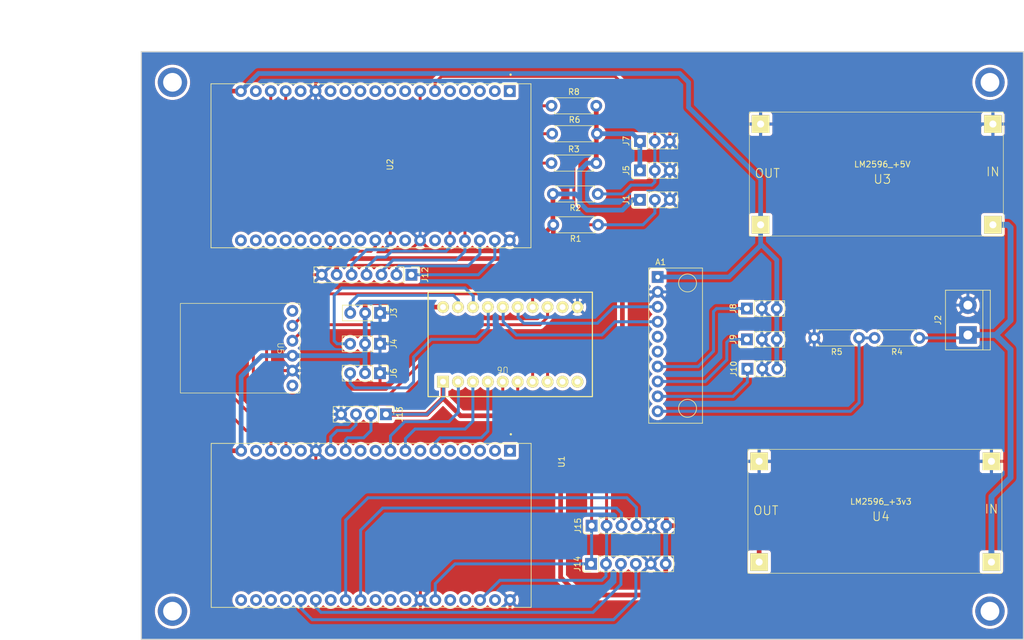
<source format=kicad_pcb>
(kicad_pcb (version 20221018) (generator pcbnew)
  (layers (0 "F.Cu" signal) (31 "B.Cu" signal) (34 "B.Paste" user) (35 "F.Paste" user) (36 "B.SilkS" user "B.Silkscreen") (37 "F.SilkS" user "F.Silkscreen") (38 "B.Mask" user) (39 "F.Mask" user) (44 "Edge.Cuts" user))
  (net 0 "")
  (net 20 "+3V3")
  (net 25 "1{slash}3_V_Bat")
  (net 26 "RX_OpenLog_L")
  (net 27 "TX_OpenLog_L")
  (net 29 "TX_OpenLog_H")
  (net 30 "RX_OpenLog_H")
  (net 33 "Net-(J3-Pin_3)")
  (net 34 "+5V")
  (net 35 "GND")
  (net 45 "Net-(J4-Pin_3)")
  (net 46 "Net-(J6-Pin_3)")
  (net 50 "V_Bat")
  (net 54 "Net-(U1-33)")
  (net 60 "Net-(U1-35)")
  (net 63 "Net-(A1-A2)")
  (net 64 "Net-(A1-A1)")
  (net 65 "Net-(A1-A0)")
  (net 66 "SDA_01_H")
  (net 67 "SLC_01_H")
  (net 68 "Net-(U1-25)")
  (net 71 "SLC_01_L")
  (net 72 "SDA_01_L")
  (net 74 "Net-(J1-Pin_2)")
  (net 75 "Net-(J5-Pin_2)")
  (net 76 "M0")
  (net 77 "M1")
  (net 78 "TX_LORA")
  (net 79 "RX_LORA")
  (net 80 "AUX_LORA")
  (net 81 "RX_GPS")
  (net 82 "TX_GPS")
  (net 83 "TX_ESP32")
  (net 84 "RX_ESP32")
  (net 85 "SHDN_02")
  (net 86 "SHDN_01")
  (net 87 "SHDN_04")
  (net 88 "SHDN_03")
  (footprint "custom:OpenLog" (layer "F.Cu") (at 82.19 103.25 -90)
    (fp_text reference "U5")
    (fp_text value "OpenLog")
  )
  (footprint "Connector_PinHeader_2.54mm:PinHeader_1x03_P2.54mm_Vertical" (layer "F.Cu") (at 168.36 101.75 90)
    (fp_text reference "J9")
    (fp_text value "V_BrakeSensor_02")
  )
  (footprint "DC_DC_LM2596_small:DC_DC_LM2596_small" (layer "F.Cu") (at 209.94 122.5 180)
    (fp_text reference "U4")
    (fp_text value "LM2596_+3v3")
  )
  (footprint "DC_DC_LM2596_small:DC_DC_LM2596_small" (layer "F.Cu") (at 210.19 65.105 180)
    (fp_text reference "U3")
    (fp_text value "LM2596_+5V")
  )
  (footprint "ESP32-DEVKITC-32UE:ESPRESSIF_ESP32-DEVKITC-32UE" (layer "F.Cu") (at 105.22 133.4 -90)
    (fp_text reference "U1")
    (fp_text value "ESP32-Eslave")
  )
  (footprint "ESP32-DEVKITC-32UE:ESPRESSIF_ESP32-DEVKITC-32UE" (layer "F.Cu") (at 105.18 72.2 -90)
    (fp_text reference "U2")
    (fp_text value "ESP32-Master")
  )
  (footprint "Connector_PinHeader_2.54mm:PinHeader_1x03_P2.54mm_Vertical" (layer "F.Cu") (at 105.98 107.5 -90)
    (fp_text reference "J6")
    (fp_text value "LM3144_01")
  )
  (footprint "Resistor_THT:R_Axial_DIN0207_L6.3mm_D2.5mm_P7.62mm_Horizontal" (layer "F.Cu") (at 135.13 71.75)
    (fp_text reference "R3")
    (fp_text value "4k7")
  )
  (footprint "Connector_PinHeader_2.54mm:PinHeader_1x03_P2.54mm_Vertical" (layer "F.Cu") (at 150.165 73 90)
    (fp_text reference "J5")
    (fp_text value "DS18B20_01")
  )
  (footprint "Connector_PinHeader_2.54mm:PinHeader_1x03_P2.54mm_Vertical" (layer "F.Cu") (at 168.36 96.5 90)
    (fp_text reference "J8")
    (fp_text value "V_BrakeSensor_01")
  )
  (footprint "Connector_PinHeader_2.54mm:PinHeader_1x07_P2.54mm_Vertical" (layer "F.Cu") (at 111.31 90.75 -90)
    (fp_text reference "J12")
    (fp_text value "LORA")
  )
  (footprint "Resistor_THT:R_Axial_DIN0207_L6.3mm_D2.5mm_P7.62mm_Horizontal" (layer "F.Cu") (at 135.25 66.75)
    (fp_text reference "R6")
    (fp_text value "4k7")
  )
  (footprint "Resistor_THT:R_Axial_DIN0207_L6.3mm_D2.5mm_P7.62mm_Horizontal" (layer "F.Cu") (at 197.69 101.5 180)
    (fp_text reference "R4")
    (fp_text value "10k")
  )
  (footprint "Connector_PinHeader_2.54mm:PinHeader_1x03_P2.54mm_Vertical" (layer "F.Cu") (at 168.44 106.75 90)
    (fp_text reference "J10")
    (fp_text value "V_in_01")
  )
  (footprint "Charleslabs_Parts:ADC1115_ADC_Module" (layer "F.Cu") (at 153.19 91.13)
    (fp_text reference "A1")
    (fp_text value "ADS1115_ADC_Module")
  )
  (footprint "TerminalBlock:TerminalBlock_bornier-2_P5.08mm" (layer "F.Cu") (at 205.94 101 90)
    (fp_text reference "J2")
    (fp_text value "V_In")
  )
  (footprint "Resistor_THT:R_Axial_DIN0207_L6.3mm_D2.5mm_P7.62mm_Horizontal" (layer "F.Cu") (at 143 77 180)
    (fp_text reference "R2")
    (fp_text value "4k7")
  )
  (footprint "custom:HW-221" (layer "F.Cu") (at 129.39 101.33 180)
    (fp_text reference "U6")
    (fp_text value "HW-221_LogicLevelConverter")
  )
  (footprint "Connector_PinHeader_2.54mm:PinHeader_1x06_P2.54mm_Vertical" (layer "F.Cu") (at 141.86 139.95 90)
    (fp_text reference "J14")
    (fp_text value "VL6180X_01")
  )
  (footprint "Resistor_THT:R_Axial_DIN0207_L6.3mm_D2.5mm_P7.62mm_Horizontal" (layer "F.Cu") (at 135.13 62)
    (fp_text reference "R8")
    (fp_text value "4k7")
  )
  (footprint "Connector_PinHeader_2.54mm:PinHeader_1x03_P2.54mm_Vertical" (layer "F.Cu") (at 150.17 68 90)
    (fp_text reference "J7")
    (fp_text value "DS18B20_02")
  )
  (footprint "Connector_PinHeader_2.54mm:PinHeader_1x03_P2.54mm_Vertical" (layer "F.Cu") (at 105.98 102.5 -90)
    (fp_text reference "J4")
    (fp_text value "LM3144_RPM")
  )
  (footprint "Connector_PinHeader_2.54mm:PinHeader_1x03_P2.54mm_Vertical" (layer "F.Cu") (at 150.17 78 90)
    (fp_text reference "J1")
    (fp_text value "DHT22_CVT")
  )
  (footprint "Connector_PinHeader_2.54mm:PinHeader_1x04_P2.54mm_Vertical" (layer "F.Cu") (at 106.98 114.5 -90)
    (fp_text reference "J13")
    (fp_text value "GPS_NEO")
  )
  (footprint "Connector_PinHeader_2.54mm:PinHeader_1x03_P2.54mm_Vertical" (layer "F.Cu") (at 105.995 97.25 -90)
    (fp_text reference "J3")
    (fp_text value "LM3144_CVT")
  )
  (footprint "Resistor_THT:R_Axial_DIN0207_L6.3mm_D2.5mm_P7.62mm_Horizontal" (layer "F.Cu") (at 187.44 101.5 180)
    (fp_text reference "R5")
    (fp_text value "20k")
  )
  (footprint "Connector_PinHeader_2.54mm:PinHeader_1x06_P2.54mm_Vertical" (layer "F.Cu") (at 141.96 133.45 90)
    (fp_text reference "J15")
    (fp_text value "VL6180X_02")
  )
  (footprint "Resistor_THT:R_Axial_DIN0207_L6.3mm_D2.5mm_P7.62mm_Horizontal" (layer "F.Cu") (at 143.06 82.25 180)
    (fp_text reference "R1")
    (fp_text value "10k")
  )
  (gr_rect (start 215.39 52.8) (end 65.39 152.8) (stroke (width 0.2)) (fill none) (layer "Edge.Cuts"))
  (via (at 70.69 148) (size 5) (drill 3.18) (layers "F.Cu" "B.Cu") (net 0))
  (via (at 209.69 148) (size 5) (drill 3.18) (layers "F.Cu" "B.Cu") (net 0))
  (via (at 209.69 58) (size 5) (drill 3.18) (layers "F.Cu" "B.Cu") (net 0))
  (via (at 70.69 58) (size 5) (drill 3.18) (layers "F.Cu" "B.Cu") (net 0))
  (segment (start 135.38 82.19) (end 135.44 82.25) (width 0.5) (layer "F.Cu") (net 20))
  (segment (start 126.19 114.75) (end 130.69 119.25) (width 0.8) (layer "F.Cu") (net 20))
  (segment (start 145.44 89.25) (end 138.44 89.25) (width 0.8) (layer "F.Cu") (net 20))
  (segment (start 147.19 118) (end 147.19 91) (width 0.8) (layer "F.Cu") (net 20))
  (segment (start 142.75 66.87) (end 142.87 66.75) (width 0.5) (layer "F.Cu") (net 20))
  (segment (start 154.66 125.47) (end 147.19 118) (width 0.8) (layer "F.Cu") (net 20))
  (segment (start 142.75 62) (end 142.75 66.63) (width 0.8) (layer "F.Cu") (net 20))
  (segment (start 135.44 86.25) (end 135.44 82.25) (width 0.8) (layer "F.Cu") (net 20))
  (segment (start 135.38 77) (end 135.38 82.19) (width 0.8) (layer "F.Cu") (net 20))
  (segment (start 116.69 111.75) (end 119.69 114.75) (width 0.8) (layer "F.Cu") (net 20))
  (segment (start 170.443 139.645) (end 170.443 134.503) (width 0.8) (layer "F.Cu") (net 20))
  (segment (start 113.94 114.5) (end 116.69 111.75) (width 0.8) (layer "F.Cu") (net 20))
  (segment (start 170.443 134.503) (end 169.39 133.45) (width 0.8) (layer "F.Cu") (net 20))
  (segment (start 135.44 82.25) (end 129.69 88) (width 0.8) (layer "F.Cu") (net 20))
  (segment (start 154.56 142.88) (end 154.56 139.95) (width 0.8) (layer "F.Cu") (net 20))
  (segment (start 154.66 133.45) (end 154.66 125.47) (width 0.8) (layer "F.Cu") (net 20))
  (segment (start 130.69 119.25) (end 135.44 119.25) (width 0.8) (layer "F.Cu") (net 20))
  (segment (start 129.69 88) (end 99.94 88) (width 0.8) (layer "F.Cu") (net 20))
  (segment (start 152.19 145.25) (end 154.56 142.88) (width 0.8) (layer "F.Cu") (net 20))
  (segment (start 98.61 89.33) (end 98.61 90.75) (width 0.8) (layer "F.Cu") (net 20))
  (segment (start 119.69 114.75) (end 126.19 114.75) (width 0.8) (layer "F.Cu") (net 20))
  (segment (start 116.69 108.95) (end 116.69 111.75) (width 0.8) (layer "F.Cu") (net 20))
  (segment (start 142.75 66.63) (end 142.87 66.75) (width 0.5) (layer "F.Cu") (net 20))
  (segment (start 139.69 145.25) (end 152.19 145.25) (width 0.8) (layer "F.Cu") (net 20))
  (segment (start 150.165 68.005) (end 150.17 68) (width 0.5) (layer "F.Cu") (net 20))
  (segment (start 106.98 114.5) (end 113.94 114.5) (width 0.8) (layer "F.Cu") (net 20))
  (segment (start 169.39 133.45) (end 154.66 133.45) (width 0.8) (layer "F.Cu") (net 20))
  (segment (start 147.19 91) (end 145.44 89.25) (width 0.8) (layer "F.Cu") (net 20))
  (segment (start 136.69 142.25) (end 139.69 145.25) (width 0.8) (layer "F.Cu") (net 20))
  (segment (start 99.94 88) (end 98.61 89.33) (width 0.8) (layer "F.Cu") (net 20))
  (segment (start 136.69 120.5) (end 136.69 142.25) (width 0.8) (layer "F.Cu") (net 20))
  (segment (start 135.44 119.25) (end 136.69 120.5) (width 0.8) (layer "F.Cu") (net 20))
  (segment (start 142.75 71.75) (end 142.75 66.87) (width 0.8) (layer "F.Cu") (net 20))
  (segment (start 138.44 89.25) (end 135.44 86.25) (width 0.8) (layer "F.Cu") (net 20))
  (segment (start 139.19 77) (end 139.94 77.75) (width 0.8) (layer "B.Cu") (net 20))
  (segment (start 141.19 71.75) (end 142.75 71.75) (width 0.8) (layer "B.Cu") (net 20))
  (segment (start 154.56 139.95) (end 154.56 133.55) (width 0.8) (layer "B.Cu") (net 20))
  (segment (start 148.92 66.75) (end 150.17 68) (width 0.8) (layer "B.Cu") (net 20))
  (segment (start 148.94 78) (end 147.19 79.75) (width 0.8) (layer "B.Cu") (net 20))
  (segment (start 154.56 133.55) (end 154.66 133.45) (width 0.5) (layer "B.Cu") (net 20))
  (segment (start 150.165 73) (end 150.165 68.005) (width 0.8) (layer "B.Cu") (net 20))
  (segment (start 106.98 114.5) (end 113.94 114.5) (width 0.5) (layer "B.Cu") (net 20))
  (segment (start 135.38 77) (end 139.19 77) (width 0.8) (layer "B.Cu") (net 20))
  (segment (start 113.94 114.5) (end 116.76 111.68) (width 0.5) (layer "B.Cu") (net 20))
  (segment (start 139.94 73) (end 141.19 71.75) (width 0.8) (layer "B.Cu") (net 20))
  (segment (start 116.76 111.68) (end 116.76 109.1) (width 0.5) (layer "B.Cu") (net 20))
  (segment (start 142.87 66.75) (end 148.92 66.75) (width 0.8) (layer "B.Cu") (net 20))
  (segment (start 150.165 68.005) (end 150.17 68) (width 0.5) (layer "B.Cu") (net 20))
  (segment (start 147.19 79.75) (end 141.19 79.75) (width 0.8) (layer "B.Cu") (net 20))
  (segment (start 150.17 78) (end 148.94 78) (width 0.8) (layer "B.Cu") (net 20))
  (segment (start 139.94 77.75) (end 139.94 73) (width 0.8) (layer "B.Cu") (net 20))
  (segment (start 141.19 79.75) (end 139.94 78.5) (width 0.8) (layer "B.Cu") (net 20))
  (segment (start 139.94 78.5) (end 139.94 77.75) (width 0.8) (layer "B.Cu") (net 20))
  (segment (start 185.95 113.99) (end 187.44 112.5) (width 0.5) (layer "B.Cu") (net 25))
  (segment (start 153.19 113.99) (end 185.95 113.99) (width 0.5) (layer "B.Cu") (net 25))
  (segment (start 187.44 101.5) (end 190.07 101.5) (width 0.5) (layer "B.Cu") (net 25))
  (segment (start 187.44 112.5) (end 187.44 101.5) (width 0.5) (layer "B.Cu") (net 25))
  (segment (start 134.47 106.28) (end 132.69 104.5) (width 0.5) (layer "F.Cu") (net 26))
  (segment (start 104.44 86.75) (end 105.18 86.01) (width 0.5) (layer "F.Cu") (net 26))
  (segment (start 132.69 104.5) (end 114.19 104.5) (width 0.5) (layer "F.Cu") (net 26))
  (segment (start 88.19 111.25) (end 86.69 109.75) (width 0.5) (layer "F.Cu") (net 26))
  (segment (start 105.18 86.01) (end 105.18 84.9) (width 0.5) (layer "F.Cu") (net 26))
  (segment (start 134.47 108.95) (end 134.47 106.28) (width 0.5) (layer "F.Cu") (net 26))
  (segment (start 99.19 86.75) (end 104.44 86.75) (width 0.5) (layer "F.Cu") (net 26))
  (segment (start 114.19 104.5) (end 107.44 111.25) (width 0.5) (layer "F.Cu") (net 26))
  (segment (start 107.44 111.25) (end 88.19 111.25) (width 0.5) (layer "F.Cu") (net 26))
  (segment (start 86.69 93.5) (end 92.19 88) (width 0.5) (layer "F.Cu") (net 26))
  (segment (start 92.19 88) (end 97.94 88) (width 0.5) (layer "F.Cu") (net 26))
  (segment (start 86.69 109.75) (end 86.69 93.5) (width 0.5) (layer "F.Cu") (net 26))
  (segment (start 97.94 88) (end 99.19 86.75) (width 0.5) (layer "F.Cu") (net 26))
  (segment (start 108.69 112.75) (end 115.19 106.25) (width 0.5) (layer "F.Cu") (net 27))
  (segment (start 97.56 86.13) (end 96.94 86.75) (width 0.5) (layer "F.Cu") (net 27))
  (segment (start 86.94 112.75) (end 108.69 112.75) (width 0.5) (layer "F.Cu") (net 27))
  (segment (start 115.19 106.25) (end 131.44 106.25) (width 0.5) (layer "F.Cu") (net 27))
  (segment (start 96.94 86.75) (end 87.94 86.75) (width 0.5) (layer "F.Cu") (net 27))
  (segment (start 131.44 106.25) (end 131.93 106.74) (width 0.5) (layer "F.Cu") (net 27))
  (segment (start 84.44 110.25) (end 86.94 112.75) (width 0.5) (layer "F.Cu") (net 27))
  (segment (start 131.93 106.74) (end 131.93 108.95) (width 0.5) (layer "F.Cu") (net 27))
  (segment (start 84.44 90.25) (end 84.44 110.25) (width 0.5) (layer "F.Cu") (net 27))
  (segment (start 97.56 84.9) (end 97.56 86.13) (width 0.5) (layer "F.Cu") (net 27))
  (segment (start 87.94 86.75) (end 84.44 90.25) (width 0.5) (layer "F.Cu") (net 27))
  (segment (start 93.81 99.25) (end 133.19 99.25) (width 0.5) (layer "F.Cu") (net 29))
  (segment (start 134.47 97.97) (end 134.47 96.25) (width 0.5) (layer "F.Cu") (net 29))
  (segment (start 91.08 101.98) (end 93.81 99.25) (width 0.5) (layer "F.Cu") (net 29))
  (segment (start 133.19 99.25) (end 134.47 97.97) (width 0.5) (layer "F.Cu") (net 29))
  (segment (start 131.19 94) (end 131.93 94.74) (width 0.5) (layer "F.Cu") (net 30))
  (segment (start 131.93 94.74) (end 131.93 96.25) (width 0.5) (layer "F.Cu") (net 30))
  (segment (start 91.08 99.44) (end 96.52 94) (width 0.5) (layer "F.Cu") (net 30))
  (segment (start 96.52 94) (end 131.19 94) (width 0.5) (layer "F.Cu") (net 30))
  (segment (start 119.3 95.11) (end 118.44 94.25) (width 0.5) (layer "B.Cu") (net 33))
  (segment (start 119.3 96.4) (end 119.3 95.11) (width 0.5) (layer "B.Cu") (net 33))
  (segment (start 102.19 94.25) (end 100.915 95.525) (width 0.5) (layer "B.Cu") (net 33))
  (segment (start 118.44 94.25) (end 102.19 94.25) (width 0.5) (layer "B.Cu") (net 33))
  (segment (start 100.915 95.525) (end 100.915 97.25) (width 0.5) (layer "B.Cu") (net 33))
  (segment (start 116.69 96.25) (end 114.69 96.25) (width 0.8) (layer "F.Cu") (net 34))
  (segment (start 103.44 95.75) (end 103.455 95.765) (width 0.8) (layer "F.Cu") (net 34))
  (segment (start 103.455 95.765) (end 103.455 97.25) (width 0.8) (layer "F.Cu") (net 34))
  (segment (start 114.69 96.25) (end 113.94 95.5) (width 0.8) (layer "F.Cu") (net 34))
  (segment (start 79.44 59.5) (end 82.32 59.5) (width 0.8) (layer "F.Cu") (net 34))
  (segment (start 74.69 64.25) (end 79.44 59.5) (width 0.8) (layer "F.Cu") (net 34))
  (segment (start 74.69 114.75) (end 74.69 64.25) (width 0.8) (layer "F.Cu") (net 34))
  (segment (start 80.64 120.7) (end 74.69 114.75) (width 0.8) (layer "F.Cu") (net 34))
  (segment (start 103.69 95.5) (end 103.44 95.75) (width 0.8) (layer "F.Cu") (net 34))
  (segment (start 82.36 120.7) (end 80.64 120.7) (width 0.8) (layer "F.Cu") (net 34))
  (segment (start 113.94 95.5) (end 103.69 95.5) (width 0.8) (layer "F.Cu") (net 34))
  (segment (start 170.693 85.747) (end 170.693 85.5) (width 0.5) (layer "B.Cu") (net 34))
  (segment (start 103.455 102.485) (end 103.44 102.5) (width 0.5) (layer "B.Cu") (net 34))
  (segment (start 158.44 62.25) (end 158.44 58) (width 0.8) (layer "B.Cu") (net 34))
  (segment (start 85.32 56.5) (end 82.32 59.5) (width 0.8) (layer "B.Cu") (net 34))
  (segment (start 173.44 106.75) (end 173.44 101.75) (width 0.8) (layer "B.Cu") (net 34))
  (segment (start 170.693 85.5) (end 170.693 82.25) (width 0.8) (layer "B.Cu") (net 34))
  (segment (start 165.31 91.13) (end 170.693 85.747) (width 0.8) (layer "B.Cu") (net 34))
  (segment (start 173.44 88.247) (end 170.693 85.5) (width 0.8) (layer "B.Cu") (net 34))
  (segment (start 91.08 104.52) (end 85.92 104.52) (width 0.8) (layer "B.Cu") (net 34))
  (segment (start 103.44 107.5) (end 103.44 104) (width 0.8) (layer "B.Cu") (net 34))
  (segment (start 170.693 82.25) (end 170.693 74.503) (width 0.8) (layer "B.Cu") (net 34))
  (segment (start 156.94 56.5) (end 85.32 56.5) (width 0.8) (layer "B.Cu") (net 34))
  (segment (start 173.44 96.75) (end 173.44 101.75) (width 0.8) (layer "B.Cu") (net 34))
  (segment (start 91.08 104.52) (end 102.92 104.52) (width 0.8) (layer "B.Cu") (net 34))
  (segment (start 158.44 58) (end 156.94 56.5) (width 0.8) (layer "B.Cu") (net 34))
  (segment (start 85.92 104.52) (end 82.36 108.08) (width 0.8) (layer "B.Cu") (net 34))
  (segment (start 102.92 104.52) (end 103.44 104) (width 0.8) (layer "B.Cu") (net 34))
  (segment (start 153.19 91.13) (end 165.31 91.13) (width 0.8) (layer "B.Cu") (net 34))
  (segment (start 103.44 104) (end 103.44 102.5) (width 0.8) (layer "B.Cu") (net 34))
  (segment (start 173.44 96.5) (end 173.44 88.247) (width 0.8) (layer "B.Cu") (net 34))
  (segment (start 103.455 97.25) (end 103.455 102.485) (width 0.8) (layer "B.Cu") (net 34))
  (segment (start 82.36 108.08) (end 82.36 120.7) (width 0.8) (layer "B.Cu") (net 34))
  (segment (start 170.693 74.503) (end 158.44 62.25) (width 0.8) (layer "B.Cu") (net 34))
  (segment (start 126.44 149.5) (end 114.19 149.5) (width 0.5) (layer "F.Cu") (net 35))
  (segment (start 152.02 139.95) (end 152.02 138.17) (width 0.5) (layer "F.Cu") (net 35))
  (segment (start 128.08 146.1) (end 128.08 147.86) (width 0.5) (layer "F.Cu") (net 35))
  (segment (start 112.84 146.1) (end 112.84 132.4) (width 0.5) (layer "F.Cu") (net 35))
  (segment (start 153.44 136.75) (end 157.94 136.75) (width 0.5) (layer "F.Cu") (net 35))
  (segment (start 155.25 68) (end 155.25 62.31) (width 0.5) (layer "F.Cu") (net 35))
  (segment (start 157.94 136.75) (end 158.94 137.75) (width 0.5) (layer "F.Cu") (net 35))
  (segment (start 93.63 107.06) (end 91.08 107.06) (width 0.5) (layer "F.Cu") (net 35))
  (segment (start 154.69 148) (end 129.98 148) (width 0.5) (layer "F.Cu") (net 35))
  (segment (start 114.19 149.5) (end 112.84 148.15) (width 0.5) (layer "F.Cu") (net 35))
  (segment (start 148.44 55.5) (end 97.69 55.5) (width 0.5) (layer "F.Cu") (net 35))
  (segment (start 112.84 132.4) (end 111.19 130.75) (width 0.5) (layer "F.Cu") (net 35))
  (segment (start 129.98 148) (end 128.08 146.1) (width 0.5) (layer "F.Cu") (net 35))
  (segment (start 95.02 58.17) (end 95.02 59.5) (width 0.5) (layer "F.Cu") (net 35))
  (segment (start 88.69 106.25) (end 88.69 95) (width 0.5) (layer "F.Cu") (net 35))
  (segment (start 170.693 65.105) (end 158.145 65.105) (width 0.5) (layer "F.Cu") (net 35))
  (segment (start 95.06 126.12) (end 95.06 120.7) (width 0.5) (layer "F.Cu") (net 35))
  (segment (start 105.98 107.5) (end 105.98 105.54) (width 0.5) (layer "F.Cu") (net 35))
  (segment (start 95.44 105.25) (end 93.63 107.06) (width 0.5) (layer "F.Cu") (net 35))
  (segment (start 99.69 130.75) (end 95.06 126.12) (width 0.5) (layer "F.Cu") (net 35))
  (segment (start 112.84 148.15) (end 112.84 146.1) (width 0.5) (layer "F.Cu") (net 35))
  (segment (start 158.145 65.105) (end 155.25 68) (width 0.5) (layer "F.Cu") (net 35))
  (segment (start 158.94 143.75) (end 154.69 148) (width 0.5) (layer "F.Cu") (net 35))
  (segment (start 105.69 105.25) (end 95.44 105.25) (width 0.5) (layer "F.Cu") (net 35))
  (segment (start 158.94 137.75) (end 158.94 143.75) (width 0.5) (layer "F.Cu") (net 35))
  (segment (start 89.5 107.06) (end 88.69 106.25) (width 0.5) (layer "F.Cu") (net 35))
  (segment (start 88.69 95) (end 92.94 90.75) (width 0.5) (layer "F.Cu") (net 35))
  (segment (start 91.08 107.06) (end 89.5 107.06) (width 0.5) (layer "F.Cu") (net 35))
  (segment (start 105.98 105.54) (end 105.69 105.25) (width 0.5) (layer "F.Cu") (net 35))
  (segment (start 111.19 130.75) (end 99.69 130.75) (width 0.5) (layer "F.Cu") (net 35))
  (segment (start 97.69 55.5) (end 95.02 58.17) (width 0.5) (layer "F.Cu") (net 35))
  (segment (start 152.02 138.17) (end 153.44 136.75) (width 0.5) (layer "F.Cu") (net 35))
  (segment (start 92.94 90.75) (end 96.07 90.75) (width 0.5) (layer "F.Cu") (net 35))
  (segment (start 155.25 62.31) (end 148.44 55.5) (width 0.5) (layer "F.Cu") (net 35))
  (segment (start 128.08 147.86) (end 126.44 149.5) (width 0.5) (layer "F.Cu") (net 35))
  (segment (start 139.62 96.4) (end 142.35 93.67) (width 0.5) (layer "B.Cu") (net 35))
  (segment (start 142.13 93.67) (end 153.19 93.67) (width 0.5) (layer "B.Cu") (net 35))
  (segment (start 155.25 73.005) (end 155.245 73) (width 0.5) (layer "B.Cu") (net 35))
  (segment (start 205.94 67.5) (end 205.94 95.92) (width 0.5) (layer "B.Cu") (net 35))
  (segment (start 195.19 99.75) (end 197.19 97.75) (width 0.5) (layer "B.Cu") (net 35))
  (segment (start 97 107.06) (end 91.08 107.06) (width 0.5) (layer "B.Cu") (net 35))
  (segment (start 210.19 65.105) (end 208.335 65.105) (width 0.5) (layer "B.Cu") (net 35))
  (segment (start 103.44 63.5) (end 97.69 63.5) (width 0.5) (layer "B.Cu") (net 35))
  (segment (start 199.44 122.5) (end 198.94 122.5) (width 0.5) (layer "B.Cu") (net 35))
  (segment (start 133.69 88) (end 139.55 93.86) (width 0.5) (layer "B.Cu") (net 35))
  (segment (start 179.82 98.12) (end 182.02 95.92) (width 0.5) (layer "B.Cu") (net 35))
  (segment (start 209.94 122.5) (end 199.44 122.5) (width 0.5) (layer "B.Cu") (net 35))
  (segment (start 170.9 106.75) (end 170.9 101.75) (width 0.5) (layer "B.Cu") (net 35))
  (segment (start 155.25 72.995) (end 155.245 73) (width 0.5) (layer "B.Cu") (net 35))
  (segment (start 95.06 115.38) (end 95.94 114.5) (width 0.5) (layer "B.Cu") (net 35))
  (segment (start 169.61 93.67) (end 170.94 95) (width 0.5) (layer "B.Cu") (net 35))
  (segment (start 195.19 118.75) (end 195.19 99.75) (width 0.5) (layer "B.Cu") (net 35))
  (segment (start 99.36 114.5) (end 99.36 109.42) (width 0.5) (layer "B.Cu") (net 35))
  (segment (start 170.443 122.5) (end 199.44 122.5) (width 0.5) (layer "B.Cu") (net 35))
  (segment (start 179.82 101.5) (end 179.82 107.62) (width 0.5) (layer "B.Cu") (net 35))
  (segment (start 170.9 96.75) (end 170.9 101.75) (width 0.5) (layer "B.Cu") (net 35))
  (segment (start 155.25 78) (end 155.25 73.005) (width 0.5) (layer "B.Cu") (net 35))
  (segment (start 153.19 93.67) (end 169.61 93.67) (width 0.5) (layer "B.Cu") (net 35))
  (segment (start 152.12 133.45) (end 152.12 126.07) (width 0.5) (layer "B.Cu") (net 35))
  (segment (start 177.44 110) (end 171.69 110) (width 0.5) (layer "B.Cu") (net 35))
  (segment (start 170.9 95.04) (end 170.9 96.5) (width 0.5) (layer "B.Cu") (net 35))
  (segment (start 112.8 72.86) (end 103.44 63.5) (width 0.5) (layer "B.Cu") (net 35))
  (segment (start 139.55 93.86) (end 139.55 96.25) (width 0.5) (layer "B.Cu") (net 35))
  (segment (start 208.335 65.105) (end 205.94 67.5) (width 0.5) (layer "B.Cu") (net 35))
  (segment (start 131.14 88) (end 133.69 88) (width 0.5) (layer "B.Cu") (net 35))
  (segment (start 179.82 107.62) (end 177.44 110) (width 0.5) (layer "B.Cu") (net 35))
  (segment (start 171.69 110) (end 170.94 109.25) (width 0.5) (layer "B.Cu") (net 35))
  (segment (start 95.06 120.7) (end 95.06 115.38) (width 0.5) (layer "B.Cu") (net 35))
  (segment (start 128.04 84.9) (end 131.14 88) (width 0.5) (layer "B.Cu") (net 35))
  (segment (start 105.995 97.25) (end 105.995 102.485) (width 0.5) (layer "B.Cu") (net 35))
  (segment (start 95.94 114.5) (end 99.36 114.5) (width 0.5) (layer "B.Cu") (net 35))
  (segment (start 97.69 63.5) (end 95.02 60.83) (width 0.5) (layer "B.Cu") (net 35))
  (segment (start 179.82 101.5) (end 179.82 98.12) (width 0.5) (layer "B.Cu") (net 35))
  (segment (start 197.19 97.75) (end 204.11 97.75) (width 0.5) (layer "B.Cu") (net 35))
  (segment (start 139.55 96.25) (end 142.13 93.67) (width 0.5) (layer "B.Cu") (net 35))
  (segment (start 170.94 109.25) (end 170.98 109.21) (width 0.5) (layer "B.Cu") (net 35))
  (segment (start 182.02 95.92) (end 205.94 95.92) (width 0.5) (layer "B.Cu") (net 35))
  (segment (start 152.02 133.55) (end 152.12 133.45) (width 0.5) (layer "B.Cu") (net 35))
  (segment (start 112.8 84.9) (end 112.8 72.86) (width 0.5) (layer "B.Cu") (net 35))
  (segment (start 142.35 93.67) (end 153.19 93.67) (width 0.5) (layer "B.Cu") (net 35))
  (segment (start 105.995 102.485) (end 105.98 102.5) (width 0.5) (layer "B.Cu") (net 35))
  (segment (start 95.02 60.83) (end 95.02 59.5) (width 0.5) (layer "B.Cu") (net 35))
  (segment (start 170.94 95) (end 170.9 95.04) (width 0.5) (layer "B.Cu") (net 35))
  (segment (start 204.11 97.75) (end 205.94 95.92) (width 0.5) (layer "B.Cu") (net 35))
  (segment (start 155.69 122.5) (end 170.443 122.5) (width 0.5) (layer "B.Cu") (net 35))
  (segment (start 155.25 68) (end 155.25 72.995) (width 0.5) (layer "B.Cu") (net 35))
  (segment (start 152.02 139.95) (end 152.02 133.55) (width 0.5) (layer "B.Cu") (net 35))
  (segment (start 170.98 109.21) (end 170.98 106.75) (width 0.5) (layer "B.Cu") (net 35))
  (segment (start 198.94 122.5) (end 195.19 118.75) (width 0.5) (layer "B.Cu") (net 35))
  (segment (start 105.98 107.5) (end 105.98 102.5) (width 0.5) (layer "B.Cu") (net 35))
  (segment (start 152.12 126.07) (end 155.69 122.5) (width 0.5) (layer "B.Cu") (net 35))
  (segment (start 99.36 109.42) (end 97 107.06) (width 0.5) (layer "B.Cu") (net 35))
  (segment (start 100.9 102.5) (end 98.69 102.5) (width 0.5) (layer "B.Cu") (net 45))
  (segment (start 98.19 94.25) (end 99.44 93) (width 0.5) (layer "B.Cu") (net 45))
  (segment (start 98.69 102.5) (end 98.19 102) (width 0.5) (layer "B.Cu") (net 45))
  (segment (start 120.44 93) (end 121.84 94.4) (width 0.5) (layer "B.Cu") (net 45))
  (segment (start 99.44 93) (end 120.44 93) (width 0.5) (layer "B.Cu") (net 45))
  (segment (start 98.19 102) (end 98.19 94.25) (width 0.5) (layer "B.Cu") (net 45))
  (segment (start 121.84 94.4) (end 121.84 96.4) (width 0.5) (layer "B.Cu") (net 45))
  (segment (start 124.44 99.75) (end 124.38 99.69) (width 0.5) (layer "B.Cu") (net 46))
  (segment (start 110.69 110) (end 111.69 109) (width 0.5) (layer "B.Cu") (net 46))
  (segment (start 114.69 101.75) (end 122.44 101.75) (width 0.5) (layer "B.Cu") (net 46))
  (segment (start 111.69 104.75) (end 114.69 101.75) (width 0.5) (layer "B.Cu") (net 46))
  (segment (start 111.69 109) (end 111.69 104.75) (width 0.5) (layer "B.Cu") (net 46))
  (segment (start 100.9 109.21) (end 101.69 110) (width 0.5) (layer "B.Cu") (net 46))
  (segment (start 100.9 107.5) (end 100.9 109.21) (width 0.5) (layer "B.Cu") (net 46))
  (segment (start 122.44 101.75) (end 124.44 99.75) (width 0.5) (layer "B.Cu") (net 46))
  (segment (start 101.69 110) (end 110.69 110) (width 0.5) (layer "B.Cu") (net 46))
  (segment (start 124.38 99.69) (end 124.38 96.4) (width 0.5) (layer "B.Cu") (net 46))
  (segment (start 210.19 82.25) (end 212.69 82.25) (width 1) (layer "B.Cu") (net 50))
  (segment (start 209.94 128.5) (end 213.19 125.25) (width 1) (layer "B.Cu") (net 50))
  (segment (start 213.19 125.25) (end 213.19 103.5) (width 1) (layer "B.Cu") (net 50))
  (segment (start 205.44 101.5) (end 205.94 101) (width 0.5) (layer "B.Cu") (net 50))
  (segment (start 197.69 101.5) (end 205.44 101.5) (width 0.5) (layer "B.Cu") (net 50))
  (segment (start 209.94 139.645) (end 209.94 128.5) (width 1) (layer "B.Cu") (net 50))
  (segment (start 213.19 103.5) (end 210.69 101) (width 1) (layer "B.Cu") (net 50))
  (segment (start 213.19 98.5) (end 210.69 101) (width 1) (layer "B.Cu") (net 50))
  (segment (start 213.19 82.75) (end 213.19 98.5) (width 1) (layer "B.Cu") (net 50))
  (segment (start 210.69 101) (end 205.94 101) (width 1) (layer "B.Cu") (net 50))
  (segment (start 212.69 82.25) (end 213.19 82.75) (width 1) (layer "B.Cu") (net 50))
  (segment (start 121.77 115.67) (end 121.77 108.95) (width 0.5) (layer "B.Cu") (net 54))
  (segment (start 110.3 118.64) (end 111.94 117) (width 0.5) (layer "B.Cu") (net 54))
  (segment (start 111.94 117) (end 120.44 117) (width 0.5) (layer "B.Cu") (net 54))
  (segment (start 110.3 120.7) (end 110.3 118.64) (width 0.5) (layer "B.Cu") (net 54))
  (segment (start 120.44 117) (end 121.77 115.67) (width 0.5) (layer "B.Cu") (net 54))
  (segment (start 115.38 119.31) (end 116.19 118.5) (width 0.5) (layer "B.Cu") (net 60))
  (segment (start 115.38 120.7) (end 115.38 119.31) (width 0.5) (layer "B.Cu") (net 60))
  (segment (start 123.19 118.5) (end 124.31 117.38) (width 0.5) (layer "B.Cu") (net 60))
  (segment (start 124.31 117.38) (end 124.31 108.95) (width 0.5) (layer "B.Cu") (net 60))
  (segment (start 116.19 118.5) (end 123.19 118.5) (width 0.5) (layer "B.Cu") (net 60))
  (segment (start 168.44 109) (end 168.44 106.75) (width 0.5) (layer "B.Cu") (net 63))
  (segment (start 153.19 111.45) (end 165.99 111.45) (width 0.5) (layer "B.Cu") (net 63))
  (segment (start 165.99 111.45) (end 168.44 109) (width 0.5) (layer "B.Cu") (net 63))
  (segment (start 165.44 101.75) (end 168.36 101.75) (width 0.5) (layer "B.Cu") (net 64))
  (segment (start 153.19 108.91) (end 161.28 108.91) (width 0.5) (layer "B.Cu") (net 64))
  (segment (start 164.94 105.25) (end 164.94 102.25) (width 0.5) (layer "B.Cu") (net 64))
  (segment (start 164.94 102.25) (end 165.44 101.75) (width 0.5) (layer "B.Cu") (net 64))
  (segment (start 161.28 108.91) (end 164.94 105.25) (width 0.5) (layer "B.Cu") (net 64))
  (segment (start 163.19 96.5) (end 168.36 96.5) (width 0.5) (layer "B.Cu") (net 65))
  (segment (start 162.69 103.75) (end 162.69 97) (width 0.5) (layer "B.Cu") (net 65))
  (segment (start 162.69 97) (end 163.19 96.5) (width 0.5) (layer "B.Cu") (net 65))
  (segment (start 153.19 106.37) (end 160.07 106.37) (width 0.5) (layer "B.Cu") (net 65))
  (segment (start 160.07 106.37) (end 162.69 103.75) (width 0.5) (layer "B.Cu") (net 65))
  (segment (start 145.94 98.75) (end 143.69 101) (width 0.5) (layer "B.Cu") (net 66))
  (segment (start 129.19 101) (end 126.92 98.73) (width 0.5) (layer "B.Cu") (net 66))
  (segment (start 143.69 101) (end 129.19 101) (width 0.5) (layer "B.Cu") (net 66))
  (segment (start 126.92 98.73) (end 126.92 96.4) (width 0.5) (layer "B.Cu") (net 66))
  (segment (start 153.19 98.75) (end 145.94 98.75) (width 0.5) (layer "B.Cu") (net 66))
  (segment (start 129.46 98.02) (end 129.46 96.4) (width 0.5) (layer "B.Cu") (net 67))
  (segment (start 142.94 99) (end 130.44 99) (width 0.5) (layer "B.Cu") (net 67))
  (segment (start 130.44 99) (end 129.46 98.02) (width 0.5) (layer "B.Cu") (net 67))
  (segment (start 145.73 96.21) (end 142.94 99) (width 0.5) (layer "B.Cu") (net 67))
  (segment (start 153.19 96.21) (end 145.73 96.21) (width 0.5) (layer "B.Cu") (net 67))
  (segment (start 107.76 118.18) (end 107.76 120.7) (width 0.5) (layer "B.Cu") (net 68))
  (segment (start 119.3 109.1) (end 119.3 114.14) (width 0.5) (layer "B.Cu") (net 68))
  (segment (start 110.19 115.75) (end 107.76 118.18) (width 0.5) (layer "B.Cu") (net 68))
  (segment (start 117.69 115.75) (end 110.19 115.75) (width 0.5) (layer "B.Cu") (net 68))
  (segment (start 119.3 114.14) (end 117.69 115.75) (width 0.5) (layer "B.Cu") (net 68))
  (segment (start 129.39 112.45) (end 131.94 115) (width 0.5) (layer "F.Cu") (net 71))
  (segment (start 144.5 117.31) (end 144.5 133.45) (width 0.5) (layer "F.Cu") (net 71))
  (segment (start 129.39 108.95) (end 129.39 112.45) (width 0.5) (layer "F.Cu") (net 71))
  (segment (start 131.94 115) (end 142.19 115) (width 0.5) (layer "F.Cu") (net 71))
  (segment (start 142.19 115) (end 144.5 117.31) (width 0.5) (layer "F.Cu") (net 71))
  (segment (start 126.35 142.75) (end 143.69 142.75) (width 0.5) (layer "B.Cu") (net 71))
  (segment (start 123 146.1) (end 126.35 142.75) (width 0.5) (layer "B.Cu") (net 71))
  (segment (start 143.69 142.75) (end 144.4 142.04) (width 0.5) (layer "B.Cu") (net 71))
  (segment (start 144.5 139.85) (end 144.4 139.95) (width 0.5) (layer "B.Cu") (net 71))
  (segment (start 144.4 142.04) (end 144.4 139.95) (width 0.5) (layer "B.Cu") (net 71))
  (segment (start 144.5 133.45) (end 144.5 139.85) (width 0.5) (layer "B.Cu") (net 71))
  (segment (start 131.19 116.5) (end 140.19 116.5) (width 0.5) (layer "F.Cu") (net 72))
  (segment (start 140.19 116.5) (end 141.96 118.27) (width 0.5) (layer "F.Cu") (net 72))
  (segment (start 141.96 118.27) (end 141.96 133.45) (width 0.5) (layer "F.Cu") (net 72))
  (segment (start 126.85 108.95) (end 126.85 112.16) (width 0.5) (layer "F.Cu") (net 72))
  (segment (start 126.85 112.16) (end 131.19 116.5) (width 0.5) (layer "F.Cu") (net 72))
  (segment (start 141.96 139.85) (end 141.86 139.95) (width 0.5) (layer "B.Cu") (net 72))
  (segment (start 115.38 146.1) (end 115.38 143.31) (width 0.5) (layer "B.Cu") (net 72))
  (segment (start 115.38 143.31) (end 118.74 139.95) (width 0.5) (layer "B.Cu") (net 72))
  (segment (start 118.74 139.95) (end 141.86 139.95) (width 0.5) (layer "B.Cu") (net 72))
  (segment (start 141.96 133.45) (end 141.96 139.85) (width 0.5) (layer "B.Cu") (net 72))
  (segment (start 139.94 82.25) (end 143.06 82.25) (width 0.5) (layer "F.Cu") (net 74))
  (segment (start 113.69 62) (end 130.19 62) (width 0.5) (layer "F.Cu") (net 74))
  (segment (start 112.8 59.5) (end 112.8 61.11) (width 0.5) (layer "F.Cu") (net 74))
  (segment (start 138.94 61) (end 138.94 81.25) (width 0.5) (layer "F.Cu") (net 74))
  (segment (start 138.94 81.25) (end 139.94 82.25) (width 0.5) (layer "F.Cu") (net 74))
  (segment (start 130.19 62) (end 132.19 60) (width 0.5) (layer "F.Cu") (net 74))
  (segment (start 112.8 61.11) (end 113.69 62) (width 0.5) (layer "F.Cu") (net 74))
  (segment (start 137.94 60) (end 138.94 61) (width 0.5) (layer "F.Cu") (net 74))
  (segment (start 132.19 60) (end 137.94 60) (width 0.5) (layer "F.Cu") (net 74))
  (segment (start 150.69 82.25) (end 152.71 80.23) (width 0.5) (layer "B.Cu") (net 74))
  (segment (start 152.71 80.23) (end 152.71 78) (width 0.5) (layer "B.Cu") (net 74))
  (segment (start 143.06 82.25) (end 150.69 82.25) (width 0.5) (layer "B.Cu") (net 74))
  (segment (start 115.34 58.1) (end 115.34 59.5) (width 0.5) (layer "F.Cu") (net 75))
  (segment (start 152.71 63.77) (end 145.94 57) (width 0.5) (layer "F.Cu") (net 75))
  (segment (start 152.71 68) (end 152.71 63.77) (width 0.5) (layer "F.Cu") (net 75))
  (segment (start 116.44 57) (end 115.34 58.1) (width 0.5) (layer "F.Cu") (net 75))
  (segment (start 145.94 57) (end 116.44 57) (width 0.5) (layer "F.Cu") (net 75))
  (segment (start 152.705 73) (end 152.705 68.005) (width 0.5) (layer "B.Cu") (net 75))
  (segment (start 152.71 72.995) (end 152.705 73) (width 0.5) (layer "B.Cu") (net 75))
  (segment (start 152.705 74.985) (end 152.705 73) (width 0.5) (layer "B.Cu") (net 75))
  (segment (start 147.19 77) (end 148.69 75.5) (width 0.5) (layer "B.Cu") (net 75))
  (segment (start 148.69 75.5) (end 152.19 75.5) (width 0.5) (layer "B.Cu") (net 75))
  (segment (start 152.19 75.5) (end 152.705 74.985) (width 0.5) (layer "B.Cu") (net 75))
  (segment (start 152.705 68.005) (end 152.71 68) (width 0.5) (layer "B.Cu") (net 75))
  (segment (start 143 77) (end 147.19 77) (width 0.5) (layer "B.Cu") (net 75))
  (segment (start 122.69 90.75) (end 125.5 87.94) (width 0.5) (layer "B.Cu") (net 76))
  (segment (start 111.31 90.75) (end 122.69 90.75) (width 0.5) (layer "B.Cu") (net 76))
  (segment (start 125.5 87.94) (end 125.5 84.9) (width 0.5) (layer "B.Cu") (net 76))
  (segment (start 109.19 89.25) (end 120.94 89.25) (width 0.5) (layer "B.Cu") (net 77))
  (segment (start 108.77 89.67) (end 109.19 89.25) (width 0.5) (layer "B.Cu") (net 77))
  (segment (start 122.96 87.23) (end 122.96 84.9) (width 0.5) (layer "B.Cu") (net 77))
  (segment (start 108.77 90.75) (end 108.77 89.67) (width 0.5) (layer "B.Cu") (net 77))
  (segment (start 120.94 89.25) (end 122.96 87.23) (width 0.5) (layer "B.Cu") (net 77))
  (segment (start 135.25 66.75) (end 122.19 66.75) (width 0.5) (layer "F.Cu") (net 78))
  (segment (start 117.88 71.06) (end 117.88 84.9) (width 0.5) (layer "F.Cu") (net 78))
  (segment (start 122.19 66.75) (end 117.88 71.06) (width 0.5) (layer "F.Cu") (net 78))
  (segment (start 103.69 89.5) (end 105.44 87.75) (width 0.5) (layer "B.Cu") (net 78))
  (segment (start 107.94 86.75) (end 117.19 86.75) (width 0.5) (layer "B.Cu") (net 78))
  (segment (start 105.44 87.75) (end 106.94 87.75) (width 0.5) (layer "B.Cu") (net 78))
  (segment (start 117.19 86.75) (end 117.88 86.06) (width 0.5) (layer "B.Cu") (net 78))
  (segment (start 117.88 86.06) (end 117.88 84.9) (width 0.5) (layer "B.Cu") (net 78))
  (segment (start 103.69 90.75) (end 103.69 89.5) (width 0.5) (layer "B.Cu") (net 78))
  (segment (start 106.94 87.75) (end 107.94 86.75) (width 0.5) (layer "B.Cu") (net 78))
  (segment (start 122.69 71.75) (end 120.42 74.02) (width 0.5) (layer "F.Cu") (net 79))
  (segment (start 135.13 71.75) (end 122.69 71.75) (width 0.5) (layer "F.Cu") (net 79))
  (segment (start 120.42 74.02) (end 120.42 84.9) (width 0.5) (layer "F.Cu") (net 79))
  (segment (start 118.94 88.25) (end 120.42 86.77) (width 0.5) (layer "B.Cu") (net 79))
  (segment (start 106.23 90.75) (end 106.23 90.21) (width 0.5) (layer "B.Cu") (net 79))
  (segment (start 106.23 90.21) (end 108.19 88.25) (width 0.5) (layer "B.Cu") (net 79))
  (segment (start 108.19 88.25) (end 118.94 88.25) (width 0.5) (layer "B.Cu") (net 79))
  (segment (start 120.42 86.77) (end 120.42 84.9) (width 0.5) (layer "B.Cu") (net 79))
  (segment (start 121.69 64.25) (end 107.72 78.22) (width 0.5) (layer "F.Cu") (net 80))
  (segment (start 107.72 78.22) (end 107.72 84.9) (width 0.5) (layer "F.Cu") (net 80))
  (segment (start 130.44 64.25) (end 121.69 64.25) (width 0.5) (layer "F.Cu") (net 80))
  (segment (start 132.69 62) (end 130.44 64.25) (width 0.5) (layer "F.Cu") (net 80))
  (segment (start 135.13 62) (end 132.69 62) (width 0.5) (layer "F.Cu") (net 80))
  (segment (start 106.66 86.5) (end 107.72 85.44) (width 0.5) (layer "B.Cu") (net 80))
  (segment (start 103.69 86.5) (end 106.66 86.5) (width 0.5) (layer "B.Cu") (net 80))
  (segment (start 101.15 89.04) (end 103.69 86.5) (width 0.5) (layer "B.Cu") (net 80))
  (segment (start 107.72 85.44) (end 107.72 84.9) (width 0.5) (layer "B.Cu") (net 80))
  (segment (start 101.15 90.75) (end 101.15 89.04) (width 0.5) (layer "B.Cu") (net 80))
  (segment (start 100.14 120.7) (end 100.14 118.8) (width 0.5) (layer "B.Cu") (net 81))
  (segment (start 100.44 118.5) (end 103.19 118.5) (width 0.5) (layer "B.Cu") (net 81))
  (segment (start 100.14 118.8) (end 100.44 118.5) (width 0.5) (layer "B.Cu") (net 81))
  (segment (start 103.19 118.5) (end 104.44 117.25) (width 0.5) (layer "B.Cu") (net 81))
  (segment (start 104.44 117.25) (end 104.44 114.5) (width 0.5) (layer "B.Cu") (net 81))
  (segment (start 100.94 117.25) (end 101.9 116.29) (width 0.5) (layer "B.Cu") (net 82))
  (segment (start 101.9 116.29) (end 101.9 114.5) (width 0.5) (layer "B.Cu") (net 82))
  (segment (start 98.69 117.25) (end 100.94 117.25) (width 0.5) (layer "B.Cu") (net 82))
  (segment (start 97.6 120.7) (end 97.6 118.34) (width 0.5) (layer "B.Cu") (net 82))
  (segment (start 97.6 118.34) (end 98.69 117.25) (width 0.5) (layer "B.Cu") (net 82))
  (segment (start 77.19 68) (end 78.94 66.25) (width 0.5) (layer "F.Cu") (net 83))
  (segment (start 87.4 63.71) (end 87.4 59.5) (width 0.5) (layer "F.Cu") (net 83))
  (segment (start 87.44 120.7) (end 87.44 118.75) (width 0.5) (layer "F.Cu") (net 83))
  (segment (start 78.94 66.25) (end 84.86 66.25) (width 0.5) (layer "F.Cu") (net 83))
  (segment (start 84.86 66.25) (end 87.4 63.71) (width 0.5) (layer "F.Cu") (net 83))
  (segment (start 85.94 117.25) (end 83.19 117.25) (width 0.5) (layer "F.Cu") (net 83))
  (segment (start 87.44 118.75) (end 85.94 117.25) (width 0.5) (layer "F.Cu") (net 83))
  (segment (start 83.19 117.25) (end 77.19 111.25) (width 0.5) (layer "F.Cu") (net 83))
  (segment (start 77.19 111.25) (end 77.19 68) (width 0.5) (layer "F.Cu") (net 83))
  (segment (start 87.94 115.25) (end 84.69 115.25) (width 0.5) (layer "F.Cu") (net 84))
  (segment (start 79.44 71.25) (end 81.94 68.75) (width 0.5) (layer "F.Cu") (net 84))
  (segment (start 84.69 115.25) (end 79.44 110) (width 0.5) (layer "F.Cu") (net 84))
  (segment (start 81.94 68.75) (end 88.19 68.75) (width 0.5) (layer "F.Cu") (net 84))
  (segment (start 79.44 110) (end 79.44 71.25) (width 0.5) (layer "F.Cu") (net 84))
  (segment (start 89.98 117.29) (end 87.94 115.25) (width 0.5) (layer "F.Cu") (net 84))
  (segment (start 89.94 67) (end 89.94 59.5) (width 0.5) (layer "F.Cu") (net 84))
  (segment (start 88.19 68.75) (end 89.94 67) (width 0.5) (layer "F.Cu") (net 84))
  (segment (start 89.98 120.7) (end 89.98 117.29) (width 0.5) (layer "F.Cu") (net 84))
  (segment (start 92.52 146.1) (end 92.52 147.53) (width 0.5) (layer "B.Cu") (net 85))
  (segment (start 92.52 147.53) (end 94.44 149.45) (width 0.5) (layer "B.Cu") (net 85))
  (segment (start 145.69 149.45) (end 149.48 145.66) (width 0.5) (layer "B.Cu") (net 85))
  (segment (start 94.44 149.45) (end 145.69 149.45) (width 0.5) (layer "B.Cu") (net 85))
  (segment (start 149.48 145.66) (end 149.48 139.95) (width 0.5) (layer "B.Cu") (net 85))
  (segment (start 95.94 148.2) (end 95.06 147.32) (width 0.5) (layer "B.Cu") (net 86))
  (segment (start 142.19 148.2) (end 95.94 148.2) (width 0.5) (layer "B.Cu") (net 86))
  (segment (start 95.06 147.32) (end 95.06 146.1) (width 0.5) (layer "B.Cu") (net 86))
  (segment (start 146.94 143.45) (end 142.19 148.2) (width 0.5) (layer "B.Cu") (net 86))
  (segment (start 146.94 139.95) (end 146.94 143.45) (width 0.5) (layer "B.Cu") (net 86))
  (segment (start 103.94 128.7) (end 100.14 132.5) (width 0.5) (layer "B.Cu") (net 87))
  (segment (start 100.14 132.5) (end 100.14 146.1) (width 0.5) (layer "B.Cu") (net 87))
  (segment (start 149.58 133.45) (end 149.58 130.34) (width 0.5) (layer "B.Cu") (net 87))
  (segment (start 149.58 130.34) (end 147.94 128.7) (width 0.5) (layer "B.Cu") (net 87))
  (segment (start 147.94 128.7) (end 103.94 128.7) (width 0.5) (layer "B.Cu") (net 87))
  (segment (start 146.19 130.45) (end 106.44 130.45) (width 0.5) (layer "B.Cu") (net 88))
  (segment (start 147.04 133.45) (end 147.04 131.3) (width 0.5) (layer "B.Cu") (net 88))
  (segment (start 102.68 134.21) (end 102.68 146.1) (width 0.5) (layer "B.Cu") (net 88))
  (segment (start 106.44 130.45) (end 102.68 134.21) (width 0.5) (layer "B.Cu") (net 88))
  (segment (start 147.04 131.3) (end 146.19 130.45) (width 0.5) (layer "B.Cu") (net 88))
  (zone (net 35) (net_name "GND") (layers "F&B.Cu") (name "GND") (connect_pads (clearance 0.508)) (min_thickness 0.254) (fill yes (thermal_gap 0.508) (thermal_bridge_width 0.508))
    (polygon (pts (xy 215.44 52.75) (xy 215.44 152.75) (xy 65.44 152.75) (xy 65.44 52.75)))
  )
)
</source>
